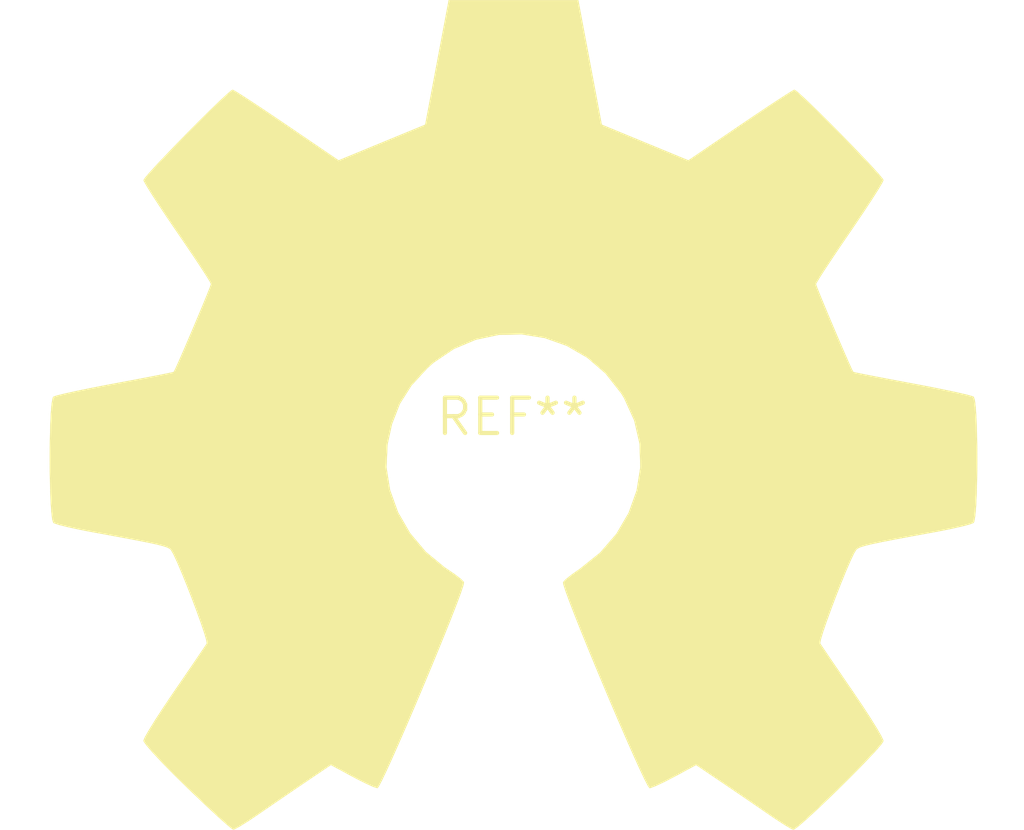
<source format=kicad_pcb>
(kicad_pcb (version 20240108) (generator pcbnew)
  (layers (0 "F.Cu" signal) (31 "B.Cu" signal) (34 "B.Paste" user) (35 "F.Paste" user) (36 "B.SilkS" user "B.Silkscreen") (37 "F.SilkS" user "F.Silkscreen") (38 "B.Mask" user) (39 "F.Mask" user) (44 "Edge.Cuts" user))
  (net 0 "")
  (footprint "OSHW-Symbol_33.5x30mm_SilkScreen" (layer "F.Cu") (at 0 0)
    (property "Reference" "REF**")
    (property "Value" "OSHW-Symbol_33.5x30mm_SilkScreen")
    (fp_poly (pts (xy 2.799507 -12.7484) (xy 3.221691 -10.508932) (xy 4.779491 -9.866755) (xy 6.337291 -9.224579) (xy 8.206132 -10.495377) (xy 8.729505 -10.84921) (xy 9.202606 -11.165137) (xy 9.603358 -11.428732) (xy 9.909684 -11.625574) (xy 10.099506 -11.741237) (xy 10.151201 -11.766176) (xy 10.244328 -11.702035) (xy 10.443331 -11.524711) (xy 10.725902 -11.256857) (xy 11.069737 -10.921125) (xy 11.452529 -10.540166) (xy 11.851973 -10.136631) (xy 12.245763 -9.733174) (xy 12.611593 -9.352444) (xy 12.927158 -9.017095) (xy 13.170151 -8.749778) (xy 13.318267 -8.573144) (xy 13.353676 -8.514031) (xy 13.302717 -8.405051) (xy 13.159851 -8.166298) (xy 12.940102 -7.821125) (xy 12.658489 -7.392887) (xy 12.330033 -6.904936) (xy 12.139706 -6.626621) (xy 11.792794 -6.118418) (xy 11.484528 -5.659816) (xy 11.229863 -5.273644) (xy 11.043753 -4.982728) (xy 10.941152 -4.809896) (xy 10.925735 -4.773575) (xy 10.960686 -4.670349) (xy 11.055955 -4.429771) (xy 11.197168 -4.085664) (xy 11.369949 -3.671855) (xy 11.559925 -3.222169) (xy 11.752721 -2.770431) (xy 11.933962 -2.350466) (xy 12.089273 -1.9961) (xy 12.204279 -1.741157) (xy 12.264607 -1.619464) (xy 12.268168 -1.614674) (xy 12.362895 -1.591438) (xy 12.615172 -1.5396) (xy 12.99885 -1.464254) (xy 13.487779 -1.370498) (xy 14.055811 -1.263428) (xy 14.387227 -1.201684) (xy 14.994198 -1.086117) (xy 15.542435 -0.976149) (xy 16.004201 -0.877797) (xy 16.351761 -0.797077) (xy 16.557379 -0.740008) (xy 16.598713 -0.721901) (xy 16.639196 -0.599346) (xy 16.67186 -0.322558) (xy 16.696727 0.076096) (xy 16.713819 0.564249) (xy 16.723159 1.109536) (xy 16.724768 1.679588) (xy 16.718669 2.242038) (xy 16.704883 2.764522) (xy 16.683434 3.21467) (xy 16.654342 3.560117) (xy 16.617631 3.768495) (xy 16.595612 3.811875) (xy 16.463996 3.86387) (xy 16.185108 3.938205) (xy 15.795837 4.026148) (xy 15.333073 4.118965) (xy 15.171532 4.148992) (xy 14.392678 4.291654) (xy 13.77744 4.406546) (xy 13.305488 4.498233) (xy 12.956494 4.571282) (xy 12.710129 4.630259) (xy 12.546064 4.679731) (xy 12.443971 4.724265) (xy 12.383521 4.768426) (xy 12.375064 4.777154) (xy 12.290636 4.917749) (xy 12.161843 5.191367) (xy 12.001543 5.564501) (xy 11.822596 6.003649) (xy 11.637864 6.475304) (xy 11.460206 6.945962) (xy 11.302482 7.382119) (xy 11.177553 7.75027) (xy 11.098279 8.016909) (xy 11.077519 8.148533) (xy 11.07925 8.153144) (xy 11.149589 8.260729) (xy 11.309162 8.497444) (xy 11.541199 8.838649) (xy 11.828932 9.259706) (xy 12.155592 9.735976) (xy 12.248621 9.871322) (xy 12.580323 10.36201) (xy 12.872207 10.809716) (xy 13.108372 11.188731) (xy 13.272919 11.473345) (xy 13.349945 11.637852) (xy 13.353676 11.658062) (xy 13.288959 11.764289) (xy 13.110135 11.974728) (xy 12.84019 12.266762) (xy 12.502114 12.617776) (xy 12.118896 13.005152) (xy 11.713522 13.406273) (xy 11.308983 13.798522) (xy 10.928265 14.159284) (xy 10.594358 14.465941) (xy 10.33025 14.695876) (xy 10.158929 14.826472) (xy 10.111535 14.847794) (xy 10.001218 14.797573) (xy 9.775355 14.662122) (xy 9.470737 14.464259) (xy 9.236365 14.305002) (xy 8.811694 14.012776) (xy 8.30878 13.668691) (xy 7.804331 13.325157) (xy 7.533124 13.141298) (xy 6.615145 12.520388) (xy 5.844566 12.937032) (xy 5.49351 13.119556) (xy 5.194989 13.261427) (xy 4.993004 13.342344) (xy 4.941589 13.353603) (xy 4.879764 13.270473) (xy 4.757794 13.03556) (xy 4.584783 12.670532) (xy 4.369837 12.19706) (xy 4.122061 11.636811) (xy 3.850559 11.011453) (xy 3.564437 10.342657) (xy 3.2728 9.652089) (xy 2.984753 8.96142) (xy 2.7094 8.292318) (xy 2.455848 7.666451) (xy 2.2332 7.105488) (xy 2.050562 6.631099) (xy 1.91704 6.26495) (xy 1.841737 6.028712) (xy 1.829627 5.947578) (xy 1.925612 5.844089) (xy 2.135771 5.676095) (xy 2.416168 5.478501) (xy 2.439702 5.462868) (xy 3.164419 4.882757) (xy 3.748779 4.205965) (xy 4.187718 3.454133) (xy 4.476171 2.648902) (xy 4.609076 1.811912) (xy 4.581366 0.964804) (xy 4.387979 0.129219) (xy 4.023849 -0.673202) (xy 3.916719 -0.848762) (xy 3.359506 -1.557682) (xy 2.701226 -2.126956) (xy 1.964663 -2.553622) (xy 1.172601 -2.834721) (xy 0.347824 -2.967291) (xy -0.486886 -2.948373) (xy -1.308744 -2.775005) (xy -2.094966 -2.444228) (xy -2.822769 -1.953081) (xy -3.0479 -1.753735) (xy -3.620868 -1.129729) (xy -4.038385 -0.472829) (xy -4.324787 0.263497) (xy -4.484298 0.992689) (xy -4.523675 1.812531) (xy -4.392372 2.636443) (xy -4.103725 3.436576) (xy -3.671073 4.18508) (xy -3.107753 4.854109) (xy -2.427101 5.415812) (xy -2.337646 5.475021) (xy -2.054244 5.66892) (xy -1.838806 5.836921) (xy -1.735809 5.944187) (xy -1.734311 5.947578) (xy -1.756423 6.063615) (xy -1.844079 6.326966) (xy -1.988169 6.71597) (xy -2.179584 7.208961) (xy -2.409216 7.784276) (xy -2.667957 8.420252) (xy -2.946698 9.095225) (xy -3.236329 9.78753) (xy -3.527744 10.475504) (xy -3.811832 11.137483) (xy -4.079485 11.751804) (xy -4.321594 12.296802) (xy -4.529052 12.750815) (xy -4.692749 13.092177) (xy -4.803577 13.299225) (xy -4.848207 13.353603) (xy -4.984585 13.311259) (xy -5.239762 13.197692) (xy -5.569737 13.0332) (xy -5.751184 12.937032) (xy -6.521763 12.520388) (xy -7.439742 13.141298) (xy -7.90835 13.459386) (xy -8.421394 13.809433) (xy -8.902167 14.139031) (xy -9.142983 14.305002) (xy -9.481682 14.532441) (xy -9.768482 14.712677) (xy -9.965971 14.822885) (xy -10.030116 14.846183) (xy -10.123479 14.783335) (xy -10.330106 14.607885) (xy -10.629964 14.33805) (xy -11.003022 13.992045) (xy -11.429247 13.588088) (xy -11.698816 13.32872) (xy -12.170431 12.865338) (xy -12.578012 12.450877) (xy -12.905081 12.103068) (xy -13.135163 11.83964) (xy -13.251782 11.678323) (xy -13.26297 11.645586) (xy -13.211051 11.521063) (xy -13.067578 11.269283) (xy -12.848468 10.915738) (xy -12.569634 10.485917) (xy -12.246992 10.005311) (xy -12.155239 9.871322) (xy -11.820919 9.384334) (xy -11.520982 8.945883) (xy -11.272197 8.580607) (xy -11.091333 8.313146) (xy -10.995159 8.168138) (xy -10.985868 8.153144) (xy -10.999763 8.03758) (xy -11.073518 7.783496) (xy -11.194273 7.424396) (xy -11.349169 6.993784) (xy -11.525344 6.525166) (xy -11.709938 6.052046) (xy -11.890092 5.607929) (xy -12.052945 5.226319) (xy -12.185637 4.940721) (xy -12.275308 4.784641) (xy -12.281682 4.777154) (xy -12.336516 4.732547) (xy -12.42913 4.688436) (xy -12.579852 4.640254) (xy -12.809011 4.583434) (xy -13.136936 4.513411) (xy -13.583954 4.425618) (xy -14.170396 4.315488) (xy -14.916589 4.178455) (xy -15.07815 4.148992) (xy -15.556984 4.056477) (xy -15.974424 3.965974) (xy -16.293579 3.886213) (xy -16.477561 3.825929) (xy -16.502231 3.811875) (xy -16.542883 3.687275) (xy -16.575926 3.40883) (xy -16.601339 3.008908) (xy -16.6191 2.519876) (xy -16.629186 1.9741) (xy -16.631575 1.403947) (xy -16.626244 0.841784) (xy -16.613173 0.319978) (xy -16.592339 -0.129104) (xy -16.563719 -0.473095) (xy -16.527291 -0.679629) (xy -16.505331 -0.721901) (xy -16.383074 -0.764541) (xy -16.104682 -0.833911) (xy -15.69789 -0.923992) (xy -15.190435 -1.028768) (xy -14.610054 -1.142221) (xy -14.293845 -1.201684) (xy -13.693888 -1.313837) (xy -13.158872 -1.415437) (xy -12.714944 -1.501386) (xy -12.388255 -1.566588) (xy -12.204955 -1.605948) (xy -12.174787 -1.614674) (xy -12.123798 -1.713053) (xy -12.016015 -1.950017) (xy -11.865804 -2.291713) (xy -11.687532 -2.704286) (xy -11.495567 -3.153882) (xy -11.304276 -3.606649) (xy -11.128026 -4.028733) (xy -10.981183 -4.38628) (xy -10.878115 -4.645436) (xy -10.833189 -4.772348) (xy -10.832353 -4.777895) (xy -10.883283 -4.878011) (xy -11.026067 -5.108401) (xy -11.245698 -5.446168) (xy -11.527169 -5.868413) (xy -11.855472 -6.352238) (xy -12.046324 -6.630147) (xy -12.39409 -7.139711) (xy -12.702971 -7.602341) (xy -12.957896 -7.994635) (xy -13.143793 -8.29319) (xy -13.245592 -8.474601) (xy -13.260294 -8.515268) (xy -13.197093 -8.609926) (xy -13.022369 -8.812035) (xy -12.758442 -9.098953) (xy -12.42763 -9.448037) (xy -12.052253 -9.836646) (xy -11.654631 -10.242135) (xy -11.257083 -10.641864) (xy -10.881928 -11.013189) (xy -10.551486 -11.333468) (xy -10.288076 -11.580058) (xy -10.114017 -11.730316) (xy -10.055788 -11.766176) (xy -9.960976 -11.715752) (xy -9.734207 -11.574092) (xy -9.397528 -11.355618) (xy -8.972988 -11.074749) (xy -8.482635 -10.745905) (xy -8.11275 -10.495377) (xy -6.243909 -9.224579) (xy -4.686109 -9.866755) (xy -3.128309 -10.508932) (xy -2.706125 -12.7484) (xy -2.283941 -14.987867) (xy 2.377323 -14.987867) (xy 2.799507 -12.7484)) (layer "F.SilkS") (stroke (width 0.01)) (fill solid))
  )
)
</source>
